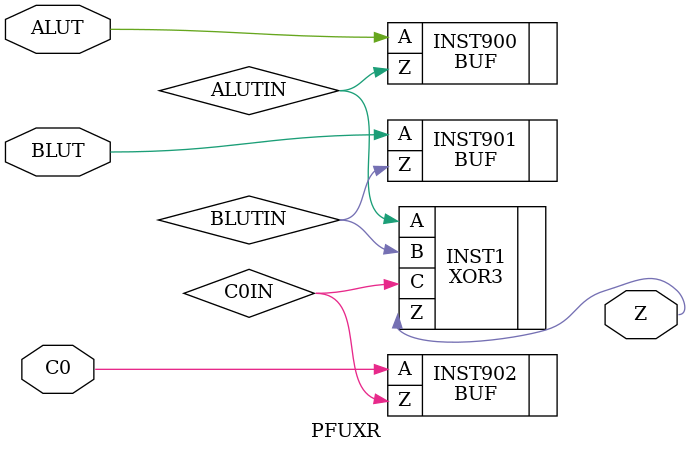
<source format=v>
`timescale 1 ns / 100 ps

/* Created by DB2VERILOG Version 1.2.0.3 on Thu Sep  8 14:31:51 1994 */
/* module compiled from "lsl2db 4.0.3" run */

module PFUXR (ALUT, BLUT, C0, Z);
input  ALUT, BLUT, C0;
output Z;
XOR3 INST1 (.A(ALUTIN), .B(BLUTIN), .C(C0IN), .Z(Z));
BUF INST900 (.A(ALUT), .Z(ALUTIN));
BUF INST901 (.A(BLUT), .Z(BLUTIN));
BUF INST902 (.A(C0), .Z(C0IN));

endmodule


</source>
